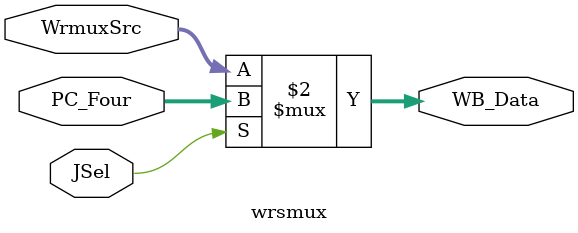
<source format=sv>
`timescale 1ns / 1ps

module wrsmux #(
    parameter DATA_W = 32
) (
    input logic [DATA_W-1:0] WrmuxSrc,
    input logic              JSel,
    input logic [DATA_W-1:0] PC_Four,
    output logic [DATA_W-1:0] WB_Data
);

assign WB_Data = (JSel == 1) ? PC_Four : WrmuxSrc;

endmodule

</source>
